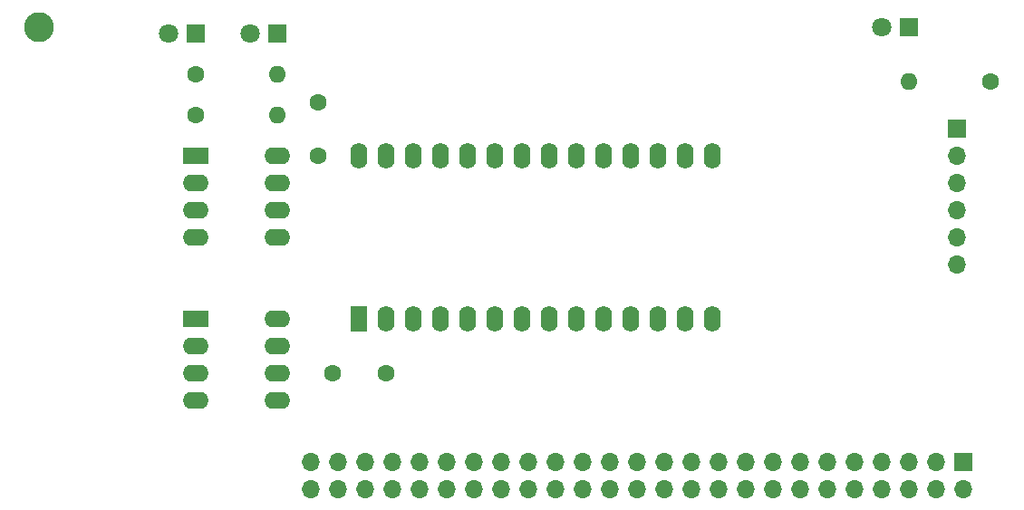
<source format=gbr>
%TF.GenerationSoftware,KiCad,Pcbnew,5.1.9*%
%TF.CreationDate,2021-02-01T10:21:22+01:00*%
%TF.ProjectId,UART_6551_DIP_v1.0,55415254-5f36-4353-9531-5f4449505f76,1.0*%
%TF.SameCoordinates,Original*%
%TF.FileFunction,Soldermask,Bot*%
%TF.FilePolarity,Negative*%
%FSLAX46Y46*%
G04 Gerber Fmt 4.6, Leading zero omitted, Abs format (unit mm)*
G04 Created by KiCad (PCBNEW 5.1.9) date 2021-02-01 10:21:22*
%MOMM*%
%LPD*%
G01*
G04 APERTURE LIST*
%ADD10C,1.600000*%
%ADD11O,1.600000X2.400000*%
%ADD12R,1.600000X2.400000*%
%ADD13O,2.400000X1.600000*%
%ADD14R,2.400000X1.600000*%
%ADD15O,1.600000X1.600000*%
%ADD16C,1.800000*%
%ADD17R,1.800000X1.800000*%
%ADD18O,1.700000X1.700000*%
%ADD19R,1.700000X1.700000*%
%ADD20C,2.800000*%
G04 APERTURE END LIST*
D10*
%TO.C,C2*%
X97790000Y-88980000D03*
X97790000Y-93980000D03*
%TD*%
D11*
%TO.C,U1*%
X101600000Y-93980000D03*
X134620000Y-109220000D03*
X104140000Y-93980000D03*
X132080000Y-109220000D03*
X106680000Y-93980000D03*
X129540000Y-109220000D03*
X109220000Y-93980000D03*
X127000000Y-109220000D03*
X111760000Y-93980000D03*
X124460000Y-109220000D03*
X114300000Y-93980000D03*
X121920000Y-109220000D03*
X116840000Y-93980000D03*
X119380000Y-109220000D03*
X119380000Y-93980000D03*
X116840000Y-109220000D03*
X121920000Y-93980000D03*
X114300000Y-109220000D03*
X124460000Y-93980000D03*
X111760000Y-109220000D03*
X127000000Y-93980000D03*
X109220000Y-109220000D03*
X129540000Y-93980000D03*
X106680000Y-109220000D03*
X132080000Y-93980000D03*
X104140000Y-109220000D03*
X134620000Y-93980000D03*
D12*
X101600000Y-109220000D03*
%TD*%
D13*
%TO.C,X1*%
X93980000Y-109220000D03*
X86360000Y-116840000D03*
X93980000Y-111760000D03*
X86360000Y-114300000D03*
X93980000Y-114300000D03*
X86360000Y-111760000D03*
X93980000Y-116840000D03*
D14*
X86360000Y-109220000D03*
%TD*%
D13*
%TO.C,U2*%
X93980000Y-93980000D03*
X86360000Y-101600000D03*
X93980000Y-96520000D03*
X86360000Y-99060000D03*
X93980000Y-99060000D03*
X86360000Y-96520000D03*
X93980000Y-101600000D03*
D14*
X86360000Y-93980000D03*
%TD*%
D15*
%TO.C,R3*%
X93980000Y-90170000D03*
D10*
X86360000Y-90170000D03*
%TD*%
D15*
%TO.C,R2*%
X93980000Y-86360000D03*
D10*
X86360000Y-86360000D03*
%TD*%
D16*
%TO.C,D3*%
X91440000Y-82550000D03*
D17*
X93980000Y-82550000D03*
%TD*%
D16*
%TO.C,D2*%
X83820000Y-82550000D03*
D17*
X86360000Y-82550000D03*
%TD*%
D18*
%TO.C,J2*%
X157480000Y-104140000D03*
X157480000Y-101600000D03*
X157480000Y-99060000D03*
X157480000Y-96520000D03*
X157480000Y-93980000D03*
D19*
X157480000Y-91440000D03*
%TD*%
D10*
%TO.C,C1*%
X99140000Y-114300000D03*
X104140000Y-114300000D03*
%TD*%
D20*
%TO.C,TP1*%
X71755000Y-81915000D03*
%TD*%
D15*
%TO.C,R1*%
X153035000Y-86995000D03*
D10*
X160655000Y-86995000D03*
%TD*%
D18*
%TO.C,J1*%
X97155000Y-125095000D03*
X97155000Y-122555000D03*
X99695000Y-125095000D03*
X99695000Y-122555000D03*
X102235000Y-125095000D03*
X102235000Y-122555000D03*
X104775000Y-125095000D03*
X104775000Y-122555000D03*
X107315000Y-125095000D03*
X107315000Y-122555000D03*
X109855000Y-125095000D03*
X109855000Y-122555000D03*
X112395000Y-125095000D03*
X112395000Y-122555000D03*
X114935000Y-125095000D03*
X114935000Y-122555000D03*
X117475000Y-125095000D03*
X117475000Y-122555000D03*
X120015000Y-125095000D03*
X120015000Y-122555000D03*
X122555000Y-125095000D03*
X122555000Y-122555000D03*
X125095000Y-125095000D03*
X125095000Y-122555000D03*
X127635000Y-125095000D03*
X127635000Y-122555000D03*
X130175000Y-125095000D03*
X130175000Y-122555000D03*
X132715000Y-125095000D03*
X132715000Y-122555000D03*
X135255000Y-125095000D03*
X135255000Y-122555000D03*
X137795000Y-125095000D03*
X137795000Y-122555000D03*
X140335000Y-125095000D03*
X140335000Y-122555000D03*
X142875000Y-125095000D03*
X142875000Y-122555000D03*
X145415000Y-125095000D03*
X145415000Y-122555000D03*
X147955000Y-125095000D03*
X147955000Y-122555000D03*
X150495000Y-125095000D03*
X150495000Y-122555000D03*
X153035000Y-125095000D03*
X153035000Y-122555000D03*
X155575000Y-125095000D03*
X155575000Y-122555000D03*
X158115000Y-125095000D03*
D19*
X158115000Y-122555000D03*
%TD*%
D16*
%TO.C,D1*%
X150495000Y-81915000D03*
D17*
X153035000Y-81915000D03*
%TD*%
M02*

</source>
